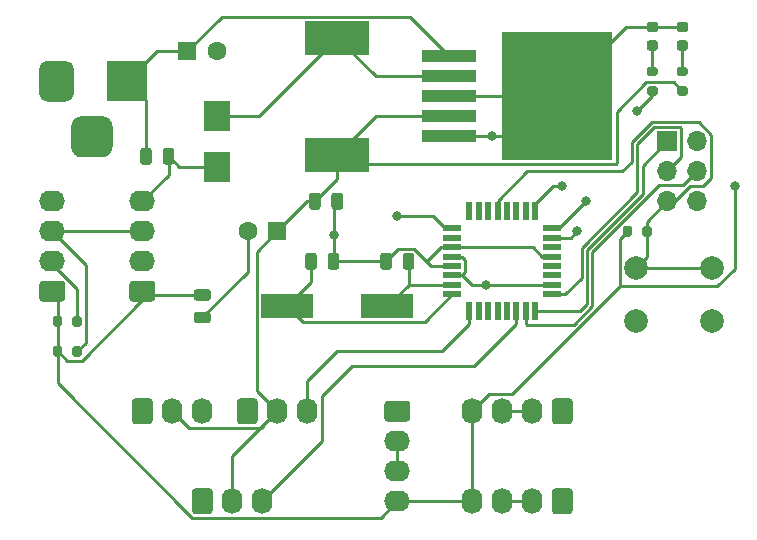
<source format=gbr>
%TF.GenerationSoftware,KiCad,Pcbnew,5.99.0+really5.1.10+dfsg1-1*%
%TF.CreationDate,2022-04-25T00:01:12+02:00*%
%TF.ProjectId,mini_accessory,6d696e69-5f61-4636-9365-73736f72792e,rev?*%
%TF.SameCoordinates,Original*%
%TF.FileFunction,Copper,L1,Top*%
%TF.FilePolarity,Positive*%
%FSLAX46Y46*%
G04 Gerber Fmt 4.6, Leading zero omitted, Abs format (unit mm)*
G04 Created by KiCad (PCBNEW 5.99.0+really5.1.10+dfsg1-1) date 2022-04-25 00:01:12*
%MOMM*%
%LPD*%
G01*
G04 APERTURE LIST*
%TA.AperFunction,ComponentPad*%
%ADD10R,1.600000X1.600000*%
%TD*%
%TA.AperFunction,ComponentPad*%
%ADD11C,1.600000*%
%TD*%
%TA.AperFunction,SMDPad,CuDef*%
%ADD12R,2.300000X2.500000*%
%TD*%
%TA.AperFunction,ComponentPad*%
%ADD13R,3.500000X3.500000*%
%TD*%
%TA.AperFunction,ComponentPad*%
%ADD14O,2.190000X1.740000*%
%TD*%
%TA.AperFunction,ComponentPad*%
%ADD15R,1.700000X1.700000*%
%TD*%
%TA.AperFunction,ComponentPad*%
%ADD16O,1.700000X1.700000*%
%TD*%
%TA.AperFunction,ComponentPad*%
%ADD17O,1.740000X2.190000*%
%TD*%
%TA.AperFunction,ComponentPad*%
%ADD18C,2.000000*%
%TD*%
%TA.AperFunction,SMDPad,CuDef*%
%ADD19R,4.600000X1.100000*%
%TD*%
%TA.AperFunction,SMDPad,CuDef*%
%ADD20R,9.400000X10.800000*%
%TD*%
%TA.AperFunction,SMDPad,CuDef*%
%ADD21R,1.600000X0.550000*%
%TD*%
%TA.AperFunction,SMDPad,CuDef*%
%ADD22R,0.550000X1.600000*%
%TD*%
%TA.AperFunction,SMDPad,CuDef*%
%ADD23R,4.500000X2.000000*%
%TD*%
%TA.AperFunction,SMDPad,CuDef*%
%ADD24R,5.400000X2.900000*%
%TD*%
%TA.AperFunction,ViaPad*%
%ADD25C,0.800000*%
%TD*%
%TA.AperFunction,Conductor*%
%ADD26C,0.250000*%
%TD*%
G04 APERTURE END LIST*
D10*
%TO.P,C1,1*%
%TO.N,Net-(C1-Pad1)*%
X92710000Y-58420000D03*
D11*
%TO.P,C1,2*%
%TO.N,GND*%
X95210000Y-58420000D03*
%TD*%
%TO.P,C2,2*%
%TO.N,GND*%
%TA.AperFunction,SMDPad,CuDef*%
G36*
G01*
X90620000Y-67785000D02*
X90620000Y-66835000D01*
G75*
G02*
X90870000Y-66585000I250000J0D01*
G01*
X91370000Y-66585000D01*
G75*
G02*
X91620000Y-66835000I0J-250000D01*
G01*
X91620000Y-67785000D01*
G75*
G02*
X91370000Y-68035000I-250000J0D01*
G01*
X90870000Y-68035000D01*
G75*
G02*
X90620000Y-67785000I0J250000D01*
G01*
G37*
%TD.AperFunction*%
%TO.P,C2,1*%
%TO.N,Net-(C1-Pad1)*%
%TA.AperFunction,SMDPad,CuDef*%
G36*
G01*
X88720000Y-67785000D02*
X88720000Y-66835000D01*
G75*
G02*
X88970000Y-66585000I250000J0D01*
G01*
X89470000Y-66585000D01*
G75*
G02*
X89720000Y-66835000I0J-250000D01*
G01*
X89720000Y-67785000D01*
G75*
G02*
X89470000Y-68035000I-250000J0D01*
G01*
X88970000Y-68035000D01*
G75*
G02*
X88720000Y-67785000I0J250000D01*
G01*
G37*
%TD.AperFunction*%
%TD*%
D10*
%TO.P,C3,1*%
%TO.N,+5VP*%
X100330000Y-73660000D03*
D11*
%TO.P,C3,2*%
%TO.N,GND*%
X97830000Y-73660000D03*
%TD*%
%TO.P,C4,1*%
%TO.N,+5VP*%
%TA.AperFunction,SMDPad,CuDef*%
G36*
G01*
X103010000Y-71595000D02*
X103010000Y-70645000D01*
G75*
G02*
X103260000Y-70395000I250000J0D01*
G01*
X103760000Y-70395000D01*
G75*
G02*
X104010000Y-70645000I0J-250000D01*
G01*
X104010000Y-71595000D01*
G75*
G02*
X103760000Y-71845000I-250000J0D01*
G01*
X103260000Y-71845000D01*
G75*
G02*
X103010000Y-71595000I0J250000D01*
G01*
G37*
%TD.AperFunction*%
%TO.P,C4,2*%
%TO.N,GND*%
%TA.AperFunction,SMDPad,CuDef*%
G36*
G01*
X104910000Y-71595000D02*
X104910000Y-70645000D01*
G75*
G02*
X105160000Y-70395000I250000J0D01*
G01*
X105660000Y-70395000D01*
G75*
G02*
X105910000Y-70645000I0J-250000D01*
G01*
X105910000Y-71595000D01*
G75*
G02*
X105660000Y-71845000I-250000J0D01*
G01*
X105160000Y-71845000D01*
G75*
G02*
X104910000Y-71595000I0J250000D01*
G01*
G37*
%TD.AperFunction*%
%TD*%
%TO.P,C5,1*%
%TO.N,/XTAL1*%
%TA.AperFunction,SMDPad,CuDef*%
G36*
G01*
X111940000Y-75725000D02*
X111940000Y-76675000D01*
G75*
G02*
X111690000Y-76925000I-250000J0D01*
G01*
X111190000Y-76925000D01*
G75*
G02*
X110940000Y-76675000I0J250000D01*
G01*
X110940000Y-75725000D01*
G75*
G02*
X111190000Y-75475000I250000J0D01*
G01*
X111690000Y-75475000D01*
G75*
G02*
X111940000Y-75725000I0J-250000D01*
G01*
G37*
%TD.AperFunction*%
%TO.P,C5,2*%
%TO.N,GND*%
%TA.AperFunction,SMDPad,CuDef*%
G36*
G01*
X110040000Y-75725000D02*
X110040000Y-76675000D01*
G75*
G02*
X109790000Y-76925000I-250000J0D01*
G01*
X109290000Y-76925000D01*
G75*
G02*
X109040000Y-76675000I0J250000D01*
G01*
X109040000Y-75725000D01*
G75*
G02*
X109290000Y-75475000I250000J0D01*
G01*
X109790000Y-75475000D01*
G75*
G02*
X110040000Y-75725000I0J-250000D01*
G01*
G37*
%TD.AperFunction*%
%TD*%
%TO.P,C6,2*%
%TO.N,GND*%
%TA.AperFunction,SMDPad,CuDef*%
G36*
G01*
X104590000Y-76675000D02*
X104590000Y-75725000D01*
G75*
G02*
X104840000Y-75475000I250000J0D01*
G01*
X105340000Y-75475000D01*
G75*
G02*
X105590000Y-75725000I0J-250000D01*
G01*
X105590000Y-76675000D01*
G75*
G02*
X105340000Y-76925000I-250000J0D01*
G01*
X104840000Y-76925000D01*
G75*
G02*
X104590000Y-76675000I0J250000D01*
G01*
G37*
%TD.AperFunction*%
%TO.P,C6,1*%
%TO.N,/XTAL2*%
%TA.AperFunction,SMDPad,CuDef*%
G36*
G01*
X102690000Y-76675000D02*
X102690000Y-75725000D01*
G75*
G02*
X102940000Y-75475000I250000J0D01*
G01*
X103440000Y-75475000D01*
G75*
G02*
X103690000Y-75725000I0J-250000D01*
G01*
X103690000Y-76675000D01*
G75*
G02*
X103440000Y-76925000I-250000J0D01*
G01*
X102940000Y-76925000D01*
G75*
G02*
X102690000Y-76675000I0J250000D01*
G01*
G37*
%TD.AperFunction*%
%TD*%
%TO.P,C7,1*%
%TO.N,+5V*%
%TA.AperFunction,SMDPad,CuDef*%
G36*
G01*
X93505000Y-78560000D02*
X94455000Y-78560000D01*
G75*
G02*
X94705000Y-78810000I0J-250000D01*
G01*
X94705000Y-79310000D01*
G75*
G02*
X94455000Y-79560000I-250000J0D01*
G01*
X93505000Y-79560000D01*
G75*
G02*
X93255000Y-79310000I0J250000D01*
G01*
X93255000Y-78810000D01*
G75*
G02*
X93505000Y-78560000I250000J0D01*
G01*
G37*
%TD.AperFunction*%
%TO.P,C7,2*%
%TO.N,GND*%
%TA.AperFunction,SMDPad,CuDef*%
G36*
G01*
X93505000Y-80460000D02*
X94455000Y-80460000D01*
G75*
G02*
X94705000Y-80710000I0J-250000D01*
G01*
X94705000Y-81210000D01*
G75*
G02*
X94455000Y-81460000I-250000J0D01*
G01*
X93505000Y-81460000D01*
G75*
G02*
X93255000Y-81210000I0J250000D01*
G01*
X93255000Y-80710000D01*
G75*
G02*
X93505000Y-80460000I250000J0D01*
G01*
G37*
%TD.AperFunction*%
%TD*%
%TO.P,Logic,2*%
%TO.N,Net-(D1-Pad2)*%
%TA.AperFunction,SMDPad,CuDef*%
G36*
G01*
X131823750Y-57500000D02*
X132336250Y-57500000D01*
G75*
G02*
X132555000Y-57718750I0J-218750D01*
G01*
X132555000Y-58156250D01*
G75*
G02*
X132336250Y-58375000I-218750J0D01*
G01*
X131823750Y-58375000D01*
G75*
G02*
X131605000Y-58156250I0J218750D01*
G01*
X131605000Y-57718750D01*
G75*
G02*
X131823750Y-57500000I218750J0D01*
G01*
G37*
%TD.AperFunction*%
%TO.P,Logic,1*%
%TO.N,GND*%
%TA.AperFunction,SMDPad,CuDef*%
G36*
G01*
X131823750Y-55925000D02*
X132336250Y-55925000D01*
G75*
G02*
X132555000Y-56143750I0J-218750D01*
G01*
X132555000Y-56581250D01*
G75*
G02*
X132336250Y-56800000I-218750J0D01*
G01*
X131823750Y-56800000D01*
G75*
G02*
X131605000Y-56581250I0J218750D01*
G01*
X131605000Y-56143750D01*
G75*
G02*
X131823750Y-55925000I218750J0D01*
G01*
G37*
%TD.AperFunction*%
%TD*%
%TO.P,Power,1*%
%TO.N,GND*%
%TA.AperFunction,SMDPad,CuDef*%
G36*
G01*
X134363750Y-55925000D02*
X134876250Y-55925000D01*
G75*
G02*
X135095000Y-56143750I0J-218750D01*
G01*
X135095000Y-56581250D01*
G75*
G02*
X134876250Y-56800000I-218750J0D01*
G01*
X134363750Y-56800000D01*
G75*
G02*
X134145000Y-56581250I0J218750D01*
G01*
X134145000Y-56143750D01*
G75*
G02*
X134363750Y-55925000I218750J0D01*
G01*
G37*
%TD.AperFunction*%
%TO.P,Power,2*%
%TO.N,Net-(D2-Pad2)*%
%TA.AperFunction,SMDPad,CuDef*%
G36*
G01*
X134363750Y-57500000D02*
X134876250Y-57500000D01*
G75*
G02*
X135095000Y-57718750I0J-218750D01*
G01*
X135095000Y-58156250D01*
G75*
G02*
X134876250Y-58375000I-218750J0D01*
G01*
X134363750Y-58375000D01*
G75*
G02*
X134145000Y-58156250I0J218750D01*
G01*
X134145000Y-57718750D01*
G75*
G02*
X134363750Y-57500000I218750J0D01*
G01*
G37*
%TD.AperFunction*%
%TD*%
D12*
%TO.P,D3,1*%
%TO.N,Net-(D3-Pad1)*%
X95250000Y-63890000D03*
%TO.P,D3,2*%
%TO.N,GND*%
X95250000Y-68190000D03*
%TD*%
D13*
%TO.P,12V,1*%
%TO.N,Net-(C1-Pad1)*%
X87630000Y-60960000D03*
%TO.P,12V,2*%
%TO.N,GND*%
%TA.AperFunction,ComponentPad*%
G36*
G01*
X80130000Y-61960000D02*
X80130000Y-59960000D01*
G75*
G02*
X80880000Y-59210000I750000J0D01*
G01*
X82380000Y-59210000D01*
G75*
G02*
X83130000Y-59960000I0J-750000D01*
G01*
X83130000Y-61960000D01*
G75*
G02*
X82380000Y-62710000I-750000J0D01*
G01*
X80880000Y-62710000D01*
G75*
G02*
X80130000Y-61960000I0J750000D01*
G01*
G37*
%TD.AperFunction*%
%TO.P,12V,3*%
%TO.N,N/C*%
%TA.AperFunction,ComponentPad*%
G36*
G01*
X82880000Y-66535000D02*
X82880000Y-64785000D01*
G75*
G02*
X83755000Y-63910000I875000J0D01*
G01*
X85505000Y-63910000D01*
G75*
G02*
X86380000Y-64785000I0J-875000D01*
G01*
X86380000Y-66535000D01*
G75*
G02*
X85505000Y-67410000I-875000J0D01*
G01*
X83755000Y-67410000D01*
G75*
G02*
X82880000Y-66535000I0J875000D01*
G01*
G37*
%TD.AperFunction*%
%TD*%
D14*
%TO.P,I2C,4*%
%TO.N,GND*%
X81280000Y-71120000D03*
%TO.P,I2C,3*%
%TO.N,/SCL*%
X81280000Y-73660000D03*
%TO.P,I2C,2*%
%TO.N,/SDA*%
X81280000Y-76200000D03*
%TO.P,I2C,1*%
%TO.N,+5V*%
%TA.AperFunction,ComponentPad*%
G36*
G01*
X82125001Y-79610000D02*
X80434999Y-79610000D01*
G75*
G02*
X80185000Y-79360001I0J249999D01*
G01*
X80185000Y-78119999D01*
G75*
G02*
X80434999Y-77870000I249999J0D01*
G01*
X82125001Y-77870000D01*
G75*
G02*
X82375000Y-78119999I0J-249999D01*
G01*
X82375000Y-79360001D01*
G75*
G02*
X82125001Y-79610000I-249999J0D01*
G01*
G37*
%TD.AperFunction*%
%TD*%
D15*
%TO.P,J3,1*%
%TO.N,/MISO*%
X133350000Y-66040000D03*
D16*
%TO.P,J3,2*%
%TO.N,+5V*%
X135890000Y-66040000D03*
%TO.P,J3,3*%
%TO.N,/SCK*%
X133350000Y-68580000D03*
%TO.P,J3,4*%
%TO.N,/MOSI*%
X135890000Y-68580000D03*
%TO.P,J3,5*%
%TO.N,/RST*%
X133350000Y-71120000D03*
%TO.P,J3,6*%
%TO.N,GND*%
X135890000Y-71120000D03*
%TD*%
%TO.P,J4,1*%
%TO.N,+5V*%
%TA.AperFunction,ComponentPad*%
G36*
G01*
X89745001Y-79610000D02*
X88054999Y-79610000D01*
G75*
G02*
X87805000Y-79360001I0J249999D01*
G01*
X87805000Y-78119999D01*
G75*
G02*
X88054999Y-77870000I249999J0D01*
G01*
X89745001Y-77870000D01*
G75*
G02*
X89995000Y-78119999I0J-249999D01*
G01*
X89995000Y-79360001D01*
G75*
G02*
X89745001Y-79610000I-249999J0D01*
G01*
G37*
%TD.AperFunction*%
D14*
%TO.P,J4,2*%
%TO.N,/SDA*%
X88900000Y-76200000D03*
%TO.P,J4,3*%
%TO.N,/SCL*%
X88900000Y-73660000D03*
%TO.P,J4,4*%
%TO.N,GND*%
X88900000Y-71120000D03*
%TD*%
%TO.P,Servo 0,1*%
%TO.N,GND*%
%TA.AperFunction,ComponentPad*%
G36*
G01*
X96920000Y-89745001D02*
X96920000Y-88054999D01*
G75*
G02*
X97169999Y-87805000I249999J0D01*
G01*
X98410001Y-87805000D01*
G75*
G02*
X98660000Y-88054999I0J-249999D01*
G01*
X98660000Y-89745001D01*
G75*
G02*
X98410001Y-89995000I-249999J0D01*
G01*
X97169999Y-89995000D01*
G75*
G02*
X96920000Y-89745001I0J249999D01*
G01*
G37*
%TD.AperFunction*%
D17*
%TO.P,Servo 0,2*%
%TO.N,+5VP*%
X100330000Y-88900000D03*
%TO.P,Servo 0,3*%
%TO.N,/SERVO0*%
X102870000Y-88900000D03*
%TD*%
%TO.P,US 0,1*%
%TO.N,GND*%
%TA.AperFunction,ComponentPad*%
G36*
G01*
X125330000Y-88054999D02*
X125330000Y-89745001D01*
G75*
G02*
X125080001Y-89995000I-249999J0D01*
G01*
X123839999Y-89995000D01*
G75*
G02*
X123590000Y-89745001I0J249999D01*
G01*
X123590000Y-88054999D01*
G75*
G02*
X123839999Y-87805000I249999J0D01*
G01*
X125080001Y-87805000D01*
G75*
G02*
X125330000Y-88054999I0J-249999D01*
G01*
G37*
%TD.AperFunction*%
%TO.P,US 0,2*%
%TO.N,/US0*%
X121920000Y-88900000D03*
%TO.P,US 0,3*%
X119380000Y-88900000D03*
%TO.P,US 0,4*%
%TO.N,+5V*%
X116840000Y-88900000D03*
%TD*%
%TO.P,Servo 1,1*%
%TO.N,GND*%
%TA.AperFunction,ComponentPad*%
G36*
G01*
X93110000Y-97365001D02*
X93110000Y-95674999D01*
G75*
G02*
X93359999Y-95425000I249999J0D01*
G01*
X94600001Y-95425000D01*
G75*
G02*
X94850000Y-95674999I0J-249999D01*
G01*
X94850000Y-97365001D01*
G75*
G02*
X94600001Y-97615000I-249999J0D01*
G01*
X93359999Y-97615000D01*
G75*
G02*
X93110000Y-97365001I0J249999D01*
G01*
G37*
%TD.AperFunction*%
%TO.P,Servo 1,2*%
%TO.N,+5VP*%
X96520000Y-96520000D03*
%TO.P,Servo 1,3*%
%TO.N,/SERVO1*%
X99060000Y-96520000D03*
%TD*%
%TO.P,US 1,1*%
%TO.N,GND*%
%TA.AperFunction,ComponentPad*%
G36*
G01*
X125330000Y-95674999D02*
X125330000Y-97365001D01*
G75*
G02*
X125080001Y-97615000I-249999J0D01*
G01*
X123839999Y-97615000D01*
G75*
G02*
X123590000Y-97365001I0J249999D01*
G01*
X123590000Y-95674999D01*
G75*
G02*
X123839999Y-95425000I249999J0D01*
G01*
X125080001Y-95425000D01*
G75*
G02*
X125330000Y-95674999I0J-249999D01*
G01*
G37*
%TD.AperFunction*%
%TO.P,US 1,2*%
%TO.N,/US1*%
X121920000Y-96520000D03*
%TO.P,US 1,3*%
X119380000Y-96520000D03*
%TO.P,US 1,4*%
%TO.N,+5V*%
X116840000Y-96520000D03*
%TD*%
D14*
%TO.P,US 2,4*%
%TO.N,+5V*%
X110490000Y-96520000D03*
%TO.P,US 2,3*%
%TO.N,/US2*%
X110490000Y-93980000D03*
%TO.P,US 2,2*%
X110490000Y-91440000D03*
%TO.P,US 2,1*%
%TO.N,GND*%
%TA.AperFunction,ComponentPad*%
G36*
G01*
X109644999Y-88030000D02*
X111335001Y-88030000D01*
G75*
G02*
X111585000Y-88279999I0J-249999D01*
G01*
X111585000Y-89520001D01*
G75*
G02*
X111335001Y-89770000I-249999J0D01*
G01*
X109644999Y-89770000D01*
G75*
G02*
X109395000Y-89520001I0J249999D01*
G01*
X109395000Y-88279999D01*
G75*
G02*
X109644999Y-88030000I249999J0D01*
G01*
G37*
%TD.AperFunction*%
%TD*%
D17*
%TO.P,Servo 2,3*%
%TO.N,/SERVO2*%
X93980000Y-88900000D03*
%TO.P,Servo 2,2*%
%TO.N,+5VP*%
X91440000Y-88900000D03*
%TO.P,Servo 2,1*%
%TO.N,GND*%
%TA.AperFunction,ComponentPad*%
G36*
G01*
X88030000Y-89745001D02*
X88030000Y-88054999D01*
G75*
G02*
X88279999Y-87805000I249999J0D01*
G01*
X89520001Y-87805000D01*
G75*
G02*
X89770000Y-88054999I0J-249999D01*
G01*
X89770000Y-89745001D01*
G75*
G02*
X89520001Y-89995000I-249999J0D01*
G01*
X88279999Y-89995000D01*
G75*
G02*
X88030000Y-89745001I0J249999D01*
G01*
G37*
%TD.AperFunction*%
%TD*%
%TO.P,R1,2*%
%TO.N,Net-(D1-Pad2)*%
%TA.AperFunction,SMDPad,CuDef*%
G36*
G01*
X132355000Y-60535000D02*
X131805000Y-60535000D01*
G75*
G02*
X131605000Y-60335000I0J200000D01*
G01*
X131605000Y-59935000D01*
G75*
G02*
X131805000Y-59735000I200000J0D01*
G01*
X132355000Y-59735000D01*
G75*
G02*
X132555000Y-59935000I0J-200000D01*
G01*
X132555000Y-60335000D01*
G75*
G02*
X132355000Y-60535000I-200000J0D01*
G01*
G37*
%TD.AperFunction*%
%TO.P,R1,1*%
%TO.N,+5V*%
%TA.AperFunction,SMDPad,CuDef*%
G36*
G01*
X132355000Y-62185000D02*
X131805000Y-62185000D01*
G75*
G02*
X131605000Y-61985000I0J200000D01*
G01*
X131605000Y-61585000D01*
G75*
G02*
X131805000Y-61385000I200000J0D01*
G01*
X132355000Y-61385000D01*
G75*
G02*
X132555000Y-61585000I0J-200000D01*
G01*
X132555000Y-61985000D01*
G75*
G02*
X132355000Y-62185000I-200000J0D01*
G01*
G37*
%TD.AperFunction*%
%TD*%
%TO.P,R2,1*%
%TO.N,+5VP*%
%TA.AperFunction,SMDPad,CuDef*%
G36*
G01*
X134895000Y-62185000D02*
X134345000Y-62185000D01*
G75*
G02*
X134145000Y-61985000I0J200000D01*
G01*
X134145000Y-61585000D01*
G75*
G02*
X134345000Y-61385000I200000J0D01*
G01*
X134895000Y-61385000D01*
G75*
G02*
X135095000Y-61585000I0J-200000D01*
G01*
X135095000Y-61985000D01*
G75*
G02*
X134895000Y-62185000I-200000J0D01*
G01*
G37*
%TD.AperFunction*%
%TO.P,R2,2*%
%TO.N,Net-(D2-Pad2)*%
%TA.AperFunction,SMDPad,CuDef*%
G36*
G01*
X134895000Y-60535000D02*
X134345000Y-60535000D01*
G75*
G02*
X134145000Y-60335000I0J200000D01*
G01*
X134145000Y-59935000D01*
G75*
G02*
X134345000Y-59735000I200000J0D01*
G01*
X134895000Y-59735000D01*
G75*
G02*
X135095000Y-59935000I0J-200000D01*
G01*
X135095000Y-60335000D01*
G75*
G02*
X134895000Y-60535000I-200000J0D01*
G01*
G37*
%TD.AperFunction*%
%TD*%
%TO.P,R3,1*%
%TO.N,+5V*%
%TA.AperFunction,SMDPad,CuDef*%
G36*
G01*
X81325000Y-81555000D02*
X81325000Y-81005000D01*
G75*
G02*
X81525000Y-80805000I200000J0D01*
G01*
X81925000Y-80805000D01*
G75*
G02*
X82125000Y-81005000I0J-200000D01*
G01*
X82125000Y-81555000D01*
G75*
G02*
X81925000Y-81755000I-200000J0D01*
G01*
X81525000Y-81755000D01*
G75*
G02*
X81325000Y-81555000I0J200000D01*
G01*
G37*
%TD.AperFunction*%
%TO.P,R3,2*%
%TO.N,/SDA*%
%TA.AperFunction,SMDPad,CuDef*%
G36*
G01*
X82975000Y-81555000D02*
X82975000Y-81005000D01*
G75*
G02*
X83175000Y-80805000I200000J0D01*
G01*
X83575000Y-80805000D01*
G75*
G02*
X83775000Y-81005000I0J-200000D01*
G01*
X83775000Y-81555000D01*
G75*
G02*
X83575000Y-81755000I-200000J0D01*
G01*
X83175000Y-81755000D01*
G75*
G02*
X82975000Y-81555000I0J200000D01*
G01*
G37*
%TD.AperFunction*%
%TD*%
%TO.P,R4,1*%
%TO.N,+5V*%
%TA.AperFunction,SMDPad,CuDef*%
G36*
G01*
X129585000Y-73935000D02*
X129585000Y-73385000D01*
G75*
G02*
X129785000Y-73185000I200000J0D01*
G01*
X130185000Y-73185000D01*
G75*
G02*
X130385000Y-73385000I0J-200000D01*
G01*
X130385000Y-73935000D01*
G75*
G02*
X130185000Y-74135000I-200000J0D01*
G01*
X129785000Y-74135000D01*
G75*
G02*
X129585000Y-73935000I0J200000D01*
G01*
G37*
%TD.AperFunction*%
%TO.P,R4,2*%
%TO.N,/RST*%
%TA.AperFunction,SMDPad,CuDef*%
G36*
G01*
X131235000Y-73935000D02*
X131235000Y-73385000D01*
G75*
G02*
X131435000Y-73185000I200000J0D01*
G01*
X131835000Y-73185000D01*
G75*
G02*
X132035000Y-73385000I0J-200000D01*
G01*
X132035000Y-73935000D01*
G75*
G02*
X131835000Y-74135000I-200000J0D01*
G01*
X131435000Y-74135000D01*
G75*
G02*
X131235000Y-73935000I0J200000D01*
G01*
G37*
%TD.AperFunction*%
%TD*%
%TO.P,R5,2*%
%TO.N,/SCL*%
%TA.AperFunction,SMDPad,CuDef*%
G36*
G01*
X82975000Y-84095000D02*
X82975000Y-83545000D01*
G75*
G02*
X83175000Y-83345000I200000J0D01*
G01*
X83575000Y-83345000D01*
G75*
G02*
X83775000Y-83545000I0J-200000D01*
G01*
X83775000Y-84095000D01*
G75*
G02*
X83575000Y-84295000I-200000J0D01*
G01*
X83175000Y-84295000D01*
G75*
G02*
X82975000Y-84095000I0J200000D01*
G01*
G37*
%TD.AperFunction*%
%TO.P,R5,1*%
%TO.N,+5V*%
%TA.AperFunction,SMDPad,CuDef*%
G36*
G01*
X81325000Y-84095000D02*
X81325000Y-83545000D01*
G75*
G02*
X81525000Y-83345000I200000J0D01*
G01*
X81925000Y-83345000D01*
G75*
G02*
X82125000Y-83545000I0J-200000D01*
G01*
X82125000Y-84095000D01*
G75*
G02*
X81925000Y-84295000I-200000J0D01*
G01*
X81525000Y-84295000D01*
G75*
G02*
X81325000Y-84095000I0J200000D01*
G01*
G37*
%TD.AperFunction*%
%TD*%
D18*
%TO.P,RESET,2*%
%TO.N,/RST*%
X137160000Y-76780000D03*
%TO.P,RESET,1*%
%TO.N,GND*%
X137160000Y-81280000D03*
%TO.P,RESET,2*%
%TO.N,/RST*%
X130660000Y-76780000D03*
%TO.P,RESET,1*%
%TO.N,GND*%
X130660000Y-81280000D03*
%TD*%
D19*
%TO.P,U1,1*%
%TO.N,Net-(C1-Pad1)*%
X114875000Y-58830000D03*
%TO.P,U1,2*%
%TO.N,Net-(D3-Pad1)*%
X114875000Y-60530000D03*
%TO.P,U1,3*%
%TO.N,GND*%
X114875000Y-62230000D03*
%TO.P,U1,4*%
%TO.N,+5VP*%
X114875000Y-63930000D03*
%TO.P,U1,5*%
%TO.N,GND*%
X114875000Y-65630000D03*
D20*
%TO.P,U1,3*%
X124025000Y-62230000D03*
%TD*%
D21*
%TO.P,U2,1*%
%TO.N,/SERVO2*%
X115130000Y-73400000D03*
%TO.P,U2,2*%
%TO.N,Net-(U2-Pad2)*%
X115130000Y-74200000D03*
%TO.P,U2,3*%
%TO.N,GND*%
X115130000Y-75000000D03*
%TO.P,U2,4*%
%TO.N,+5V*%
X115130000Y-75800000D03*
%TO.P,U2,5*%
%TO.N,GND*%
X115130000Y-76600000D03*
%TO.P,U2,6*%
%TO.N,+5V*%
X115130000Y-77400000D03*
%TO.P,U2,7*%
%TO.N,/XTAL1*%
X115130000Y-78200000D03*
%TO.P,U2,8*%
%TO.N,/XTAL2*%
X115130000Y-79000000D03*
D22*
%TO.P,U2,9*%
%TO.N,/SERVO0*%
X116580000Y-80450000D03*
%TO.P,U2,10*%
%TO.N,Net-(U2-Pad10)*%
X117380000Y-80450000D03*
%TO.P,U2,11*%
%TO.N,Net-(U2-Pad11)*%
X118180000Y-80450000D03*
%TO.P,U2,12*%
%TO.N,Net-(U2-Pad12)*%
X118980000Y-80450000D03*
%TO.P,U2,13*%
%TO.N,Net-(U2-Pad13)*%
X119780000Y-80450000D03*
%TO.P,U2,14*%
%TO.N,/SERVO1*%
X120580000Y-80450000D03*
%TO.P,U2,15*%
%TO.N,/MOSI*%
X121380000Y-80450000D03*
%TO.P,U2,16*%
%TO.N,/MISO*%
X122180000Y-80450000D03*
D21*
%TO.P,U2,17*%
%TO.N,/SCK*%
X123630000Y-79000000D03*
%TO.P,U2,18*%
%TO.N,+5V*%
X123630000Y-78200000D03*
%TO.P,U2,19*%
%TO.N,Net-(U2-Pad19)*%
X123630000Y-77400000D03*
%TO.P,U2,20*%
%TO.N,Net-(U2-Pad20)*%
X123630000Y-76600000D03*
%TO.P,U2,21*%
%TO.N,GND*%
X123630000Y-75800000D03*
%TO.P,U2,22*%
%TO.N,Net-(U2-Pad22)*%
X123630000Y-75000000D03*
%TO.P,U2,23*%
%TO.N,/US0*%
X123630000Y-74200000D03*
%TO.P,U2,24*%
%TO.N,/US1*%
X123630000Y-73400000D03*
D22*
%TO.P,U2,25*%
%TO.N,/US2*%
X122180000Y-71950000D03*
%TO.P,U2,26*%
%TO.N,Net-(U2-Pad26)*%
X121380000Y-71950000D03*
%TO.P,U2,27*%
%TO.N,Net-(U2-Pad27)*%
X120580000Y-71950000D03*
%TO.P,U2,28*%
%TO.N,Net-(U2-Pad28)*%
X119780000Y-71950000D03*
%TO.P,U2,29*%
%TO.N,/RST*%
X118980000Y-71950000D03*
%TO.P,U2,30*%
%TO.N,Net-(U2-Pad30)*%
X118180000Y-71950000D03*
%TO.P,U2,31*%
%TO.N,Net-(U2-Pad31)*%
X117380000Y-71950000D03*
%TO.P,U2,32*%
%TO.N,Net-(U2-Pad32)*%
X116580000Y-71950000D03*
%TD*%
D23*
%TO.P,Y1,1*%
%TO.N,/XTAL1*%
X109660000Y-80010000D03*
%TO.P,Y1,2*%
%TO.N,/XTAL2*%
X101160000Y-80010000D03*
%TD*%
D24*
%TO.P,L1,1*%
%TO.N,Net-(D3-Pad1)*%
X105410000Y-57280000D03*
%TO.P,L1,2*%
%TO.N,+5VP*%
X105410000Y-67180000D03*
%TD*%
D25*
%TO.N,GND*%
X105090000Y-73980000D03*
X118520000Y-65630000D03*
%TO.N,+5V*%
X130810000Y-63500000D03*
X118015000Y-78200000D03*
X139065000Y-69850000D03*
%TO.N,/US0*%
X125730000Y-73660000D03*
%TO.N,/US1*%
X126480000Y-71120000D03*
%TO.N,/US2*%
X124460000Y-69850000D03*
%TO.N,/SERVO2*%
X110490000Y-72390000D03*
%TD*%
D26*
%TO.N,Net-(C1-Pad1)*%
X90170000Y-58420000D02*
X87630000Y-60960000D01*
X92710000Y-58420000D02*
X90170000Y-58420000D01*
X89220000Y-62550000D02*
X87630000Y-60960000D01*
X89220000Y-67310000D02*
X89220000Y-62550000D01*
X111549999Y-55504999D02*
X114875000Y-58830000D01*
X95625001Y-55504999D02*
X111549999Y-55504999D01*
X92710000Y-58420000D02*
X95625001Y-55504999D01*
%TO.N,GND*%
X92000000Y-68190000D02*
X91120000Y-67310000D01*
X95250000Y-68190000D02*
X92000000Y-68190000D01*
X91120000Y-68900000D02*
X88900000Y-71120000D01*
X91120000Y-67310000D02*
X91120000Y-68900000D01*
X114875000Y-62230000D02*
X124025000Y-62230000D01*
X109540000Y-76200000D02*
X105090000Y-76200000D01*
X105090000Y-71440000D02*
X105410000Y-71120000D01*
X105090000Y-76200000D02*
X105090000Y-73980000D01*
X110590010Y-75149990D02*
X109540000Y-76200000D01*
X111928180Y-75149990D02*
X110590010Y-75149990D01*
X113378190Y-76600000D02*
X111928180Y-75149990D01*
X115130000Y-76600000D02*
X113378190Y-76600000D01*
X134620000Y-56362500D02*
X132080000Y-56362500D01*
X129892500Y-56362500D02*
X124025000Y-62230000D01*
X132080000Y-56362500D02*
X129892500Y-56362500D01*
X115130000Y-75000000D02*
X114230000Y-75000000D01*
X114230000Y-75000000D02*
X113030000Y-76200000D01*
X121969998Y-75000000D02*
X115130000Y-75000000D01*
X122769998Y-75800000D02*
X121969998Y-75000000D01*
X123630000Y-75800000D02*
X122769998Y-75800000D01*
X97830000Y-77110000D02*
X97830000Y-73660000D01*
X93980000Y-80960000D02*
X97830000Y-77110000D01*
X105090000Y-73980000D02*
X105090000Y-71440000D01*
X120625000Y-65630000D02*
X124025000Y-62230000D01*
X114875000Y-65630000D02*
X118520000Y-65630000D01*
X118520000Y-65630000D02*
X120625000Y-65630000D01*
%TO.N,+5VP*%
X108660000Y-63930000D02*
X105410000Y-67180000D01*
X114875000Y-63930000D02*
X108660000Y-63930000D01*
X105410000Y-69220000D02*
X103510000Y-71120000D01*
X105410000Y-67180000D02*
X105410000Y-69220000D01*
X102870000Y-71120000D02*
X100330000Y-73660000D01*
X103510000Y-71120000D02*
X102870000Y-71120000D01*
X98584999Y-87154999D02*
X100330000Y-88900000D01*
X98584999Y-75405001D02*
X98584999Y-87154999D01*
X100330000Y-73660000D02*
X98584999Y-75405001D01*
X92860010Y-90320010D02*
X91440000Y-88900000D01*
X98909990Y-90320010D02*
X92860010Y-90320010D01*
X100330000Y-88900000D02*
X98909990Y-90320010D01*
X96520000Y-92710000D02*
X100330000Y-88900000D01*
X96520000Y-96520000D02*
X96520000Y-92710000D01*
X106185001Y-67955001D02*
X105410000Y-67180000D01*
X128985001Y-67955001D02*
X106185001Y-67955001D01*
X129050001Y-67890001D02*
X128985001Y-67955001D01*
X129050001Y-63597521D02*
X129050001Y-67890001D01*
X131587532Y-61059990D02*
X129050001Y-63597521D01*
X133894990Y-61059990D02*
X131587532Y-61059990D01*
X134620000Y-61785000D02*
X133894990Y-61059990D01*
%TO.N,/XTAL1*%
X111440000Y-78230000D02*
X109660000Y-80010000D01*
X111440000Y-76200000D02*
X111440000Y-78230000D01*
X114050000Y-78230000D02*
X111440000Y-78230000D01*
X114080000Y-78200000D02*
X114050000Y-78230000D01*
X115130000Y-78200000D02*
X114080000Y-78200000D01*
%TO.N,/XTAL2*%
X103190000Y-77980000D02*
X101160000Y-80010000D01*
X103190000Y-76200000D02*
X103190000Y-77980000D01*
X112794999Y-81335001D02*
X115130000Y-79000000D01*
X102485001Y-81335001D02*
X112794999Y-81335001D01*
X101160000Y-80010000D02*
X102485001Y-81335001D01*
%TO.N,+5V*%
X81725000Y-83820000D02*
X81725000Y-81280000D01*
X81725000Y-79185000D02*
X81280000Y-78740000D01*
X81725000Y-81280000D02*
X81725000Y-79185000D01*
X88900000Y-79512478D02*
X88900000Y-78740000D01*
X83792468Y-84620010D02*
X88900000Y-79512478D01*
X82525010Y-84620010D02*
X83792468Y-84620010D01*
X81725000Y-83820000D02*
X82525010Y-84620010D01*
X89220000Y-79060000D02*
X88900000Y-78740000D01*
X93980000Y-79060000D02*
X89220000Y-79060000D01*
X116840000Y-96520000D02*
X110490000Y-96520000D01*
X116840000Y-96520000D02*
X116840000Y-88900000D01*
X116790002Y-78200000D02*
X115990002Y-77400000D01*
X123630000Y-78200000D02*
X118015000Y-78200000D01*
X115990002Y-77400000D02*
X115130000Y-77400000D01*
X116255001Y-77135001D02*
X115990002Y-77400000D01*
X116255001Y-76064999D02*
X116255001Y-77135001D01*
X115990002Y-75800000D02*
X116255001Y-76064999D01*
X115130000Y-75800000D02*
X115990002Y-75800000D01*
X81725000Y-86543190D02*
X81725000Y-83820000D01*
X93121820Y-97940010D02*
X81725000Y-86543190D01*
X109069990Y-97940010D02*
X93121820Y-97940010D01*
X110490000Y-96520000D02*
X109069990Y-97940010D01*
X118260010Y-87479990D02*
X116840000Y-88900000D01*
X120166420Y-87479990D02*
X118260010Y-87479990D01*
X129334999Y-78311411D02*
X120166420Y-87479990D01*
X129334999Y-74310001D02*
X129334999Y-78311411D01*
X129985000Y-73660000D02*
X129334999Y-74310001D01*
X132080000Y-61785000D02*
X132080000Y-62230000D01*
X132080000Y-62230000D02*
X130810000Y-63500000D01*
X130810000Y-63500000D02*
X130810000Y-63500000D01*
X118015000Y-78200000D02*
X116790002Y-78200000D01*
X137589591Y-78311411D02*
X139065000Y-76836002D01*
X129334999Y-78311411D02*
X137589591Y-78311411D01*
X139065000Y-76836002D02*
X139065000Y-69850000D01*
X139065000Y-69850000D02*
X139065000Y-69850000D01*
%TO.N,Net-(D1-Pad2)*%
X132080000Y-57937500D02*
X132080000Y-60135000D01*
%TO.N,Net-(D2-Pad2)*%
X134620000Y-57937500D02*
X134620000Y-60135000D01*
%TO.N,Net-(D3-Pad1)*%
X98800000Y-63890000D02*
X105410000Y-57280000D01*
X95250000Y-63890000D02*
X98800000Y-63890000D01*
X108660000Y-60530000D02*
X105410000Y-57280000D01*
X114875000Y-60530000D02*
X108660000Y-60530000D01*
%TO.N,/SCL*%
X84100010Y-76480010D02*
X81280000Y-73660000D01*
X84100010Y-83094990D02*
X84100010Y-76480010D01*
X83375000Y-83820000D02*
X84100010Y-83094990D01*
X88900000Y-73660000D02*
X81280000Y-73660000D01*
%TO.N,/SDA*%
X81280000Y-76461810D02*
X81280000Y-76200000D01*
X83375000Y-78556810D02*
X81280000Y-76461810D01*
X83375000Y-81280000D02*
X83375000Y-78556810D01*
%TO.N,/MISO*%
X131260011Y-68129989D02*
X133350000Y-66040000D01*
X131260011Y-70531101D02*
X131260011Y-68129989D01*
X125923590Y-80450000D02*
X126549989Y-79823601D01*
X122180000Y-80450000D02*
X125923590Y-80450000D01*
X126549989Y-79823601D02*
X126549989Y-75241122D01*
X126549989Y-75241122D02*
X131260011Y-70531101D01*
%TO.N,/SCK*%
X134525001Y-64929999D02*
X134525001Y-67404999D01*
X134460001Y-64864999D02*
X134525001Y-64929999D01*
X132239999Y-64864999D02*
X134460001Y-64864999D01*
X124680000Y-79000000D02*
X126099978Y-77580022D01*
X126099978Y-77580022D02*
X126099978Y-75054722D01*
X126099978Y-75054722D02*
X130810000Y-70344702D01*
X123630000Y-79000000D02*
X124680000Y-79000000D01*
X130810000Y-70344702D02*
X130810000Y-66294998D01*
X134525001Y-67404999D02*
X133350000Y-68580000D01*
X130810000Y-66294998D02*
X132239999Y-64864999D01*
%TO.N,/MOSI*%
X132672521Y-69755001D02*
X134714999Y-69755001D01*
X121455001Y-81575001D02*
X125434999Y-81575001D01*
X127000000Y-80010000D02*
X127000000Y-75427522D01*
X134714999Y-69755001D02*
X135890000Y-68580000D01*
X127000000Y-75427522D02*
X132672521Y-69755001D01*
X125434999Y-81575001D02*
X127000000Y-80010000D01*
X121380000Y-80450000D02*
X121380000Y-81500000D01*
X121380000Y-81500000D02*
X121455001Y-81575001D01*
%TO.N,/RST*%
X131635000Y-72835000D02*
X131635000Y-73660000D01*
X133350000Y-71120000D02*
X131635000Y-72835000D01*
X131635000Y-75805000D02*
X130660000Y-76780000D01*
X131635000Y-73660000D02*
X131635000Y-75805000D01*
X137160000Y-76780000D02*
X130660000Y-76780000D01*
X118980000Y-71089998D02*
X121489998Y-68580000D01*
X118980000Y-71950000D02*
X118980000Y-71089998D01*
X133986410Y-71120000D02*
X133350000Y-71120000D01*
X135256410Y-69850000D02*
X133986410Y-71120000D01*
X136359002Y-69850000D02*
X135256410Y-69850000D01*
X137065001Y-69144001D02*
X136359002Y-69850000D01*
X137065001Y-65475999D02*
X137065001Y-69144001D01*
X136003991Y-64414989D02*
X137065001Y-65475999D01*
X130359991Y-66108597D02*
X132053599Y-64414989D01*
X132053599Y-64414989D02*
X136003991Y-64414989D01*
X129540000Y-68580000D02*
X130359990Y-67760010D01*
X130359990Y-67760010D02*
X130359991Y-66108597D01*
X121489998Y-68580000D02*
X129540000Y-68580000D01*
%TO.N,/SERVO0*%
X102870000Y-88900000D02*
X102870000Y-86360000D01*
X102870000Y-86360000D02*
X105410000Y-83820000D01*
X116580000Y-81540000D02*
X116580000Y-80450000D01*
X114300000Y-83820000D02*
X116580000Y-81540000D01*
X105410000Y-83820000D02*
X114300000Y-83820000D01*
%TO.N,/US0*%
X121920000Y-88900000D02*
X119380000Y-88900000D01*
X123630000Y-74200000D02*
X125190000Y-74200000D01*
X125190000Y-74200000D02*
X125730000Y-73660000D01*
X125730000Y-73660000D02*
X125730000Y-73660000D01*
%TO.N,/SERVO1*%
X99060000Y-96520000D02*
X104140000Y-91440000D01*
X104140000Y-91440000D02*
X104140000Y-87630000D01*
X104140000Y-87630000D02*
X106680000Y-85090000D01*
X120580000Y-81500000D02*
X120580000Y-80450000D01*
X116990000Y-85090000D02*
X120580000Y-81500000D01*
X106680000Y-85090000D02*
X116990000Y-85090000D01*
%TO.N,/US1*%
X121920000Y-96520000D02*
X119380000Y-96520000D01*
X124200000Y-73400000D02*
X126480000Y-71120000D01*
X123630000Y-73400000D02*
X124200000Y-73400000D01*
X126480000Y-71120000D02*
X126480000Y-71120000D01*
%TO.N,/US2*%
X110490000Y-93980000D02*
X110490000Y-91440000D01*
X122180000Y-71380000D02*
X123710000Y-69850000D01*
X122180000Y-71950000D02*
X122180000Y-71380000D01*
X123710000Y-69850000D02*
X124460000Y-69850000D01*
X124460000Y-69850000D02*
X124460000Y-69850000D01*
%TO.N,/SERVO2*%
X114560000Y-73400000D02*
X113550000Y-72390000D01*
X115130000Y-73400000D02*
X114560000Y-73400000D01*
X113550000Y-72390000D02*
X110490000Y-72390000D01*
X110490000Y-72390000D02*
X110490000Y-72390000D01*
%TD*%
M02*

</source>
